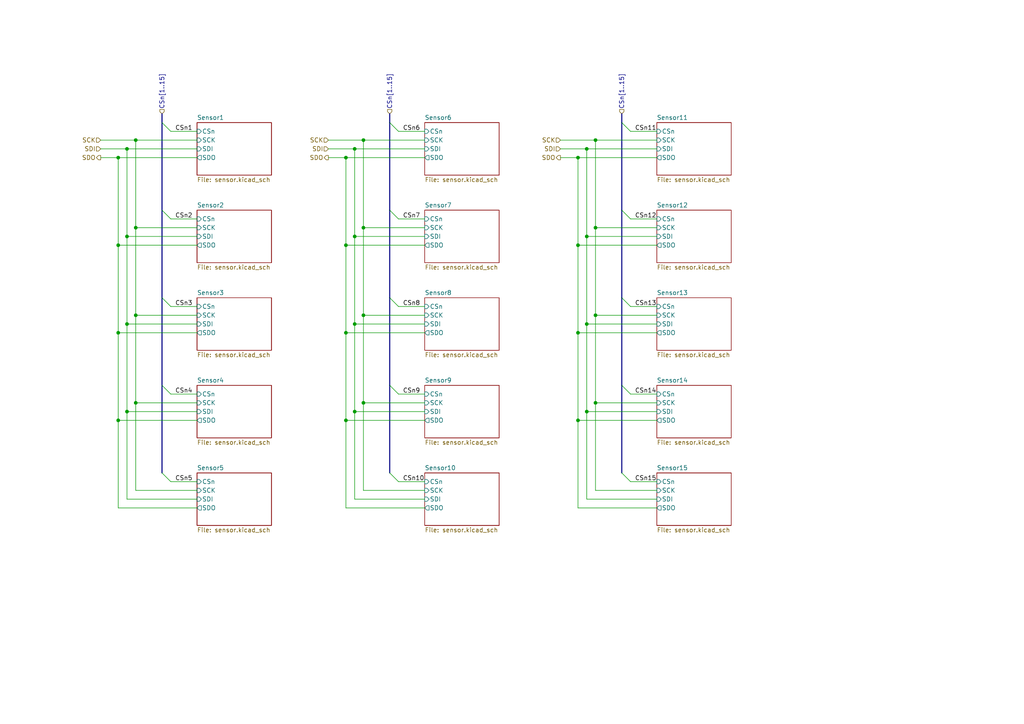
<source format=kicad_sch>
(kicad_sch
	(version 20231120)
	(generator "eeschema")
	(generator_version "8.0")
	(uuid "9a656cc0-fe3d-412d-9a8b-659c04a07141")
	(paper "A4")
	(lib_symbols)
	(junction
		(at 172.72 116.84)
		(diameter 0)
		(color 0 0 0 0)
		(uuid "0d455716-b8d7-4c39-a074-061579fc136f")
	)
	(junction
		(at 39.37 91.44)
		(diameter 0)
		(color 0 0 0 0)
		(uuid "1ab694dd-5b81-4590-b188-7b8c6697ca64")
	)
	(junction
		(at 172.72 40.64)
		(diameter 0)
		(color 0 0 0 0)
		(uuid "215ac134-e4bb-4e23-bcf7-69b4c40a6adf")
	)
	(junction
		(at 167.64 96.52)
		(diameter 0)
		(color 0 0 0 0)
		(uuid "23a314ff-72e1-4fd4-99ea-0606abbcfdb6")
	)
	(junction
		(at 36.83 43.18)
		(diameter 0)
		(color 0 0 0 0)
		(uuid "302e0429-55cb-44ed-b97a-bf009f8b7bb6")
	)
	(junction
		(at 36.83 119.38)
		(diameter 0)
		(color 0 0 0 0)
		(uuid "3ef49c00-cfe6-4488-aa34-babc308abd10")
	)
	(junction
		(at 102.87 93.98)
		(diameter 0)
		(color 0 0 0 0)
		(uuid "3fabeec0-570b-48a6-b1ed-68aec6c867aa")
	)
	(junction
		(at 105.41 91.44)
		(diameter 0)
		(color 0 0 0 0)
		(uuid "49f6cde0-d7de-4120-9dba-5626c3d4e9b1")
	)
	(junction
		(at 100.33 71.12)
		(diameter 0)
		(color 0 0 0 0)
		(uuid "51d76d33-92d6-4fec-b4a8-d0c0da9f6e66")
	)
	(junction
		(at 170.18 93.98)
		(diameter 0)
		(color 0 0 0 0)
		(uuid "5b1c4894-4299-4911-b49c-71ce036be2e0")
	)
	(junction
		(at 36.83 68.58)
		(diameter 0)
		(color 0 0 0 0)
		(uuid "60399b33-c8c5-4680-9973-ccbb355a829e")
	)
	(junction
		(at 170.18 43.18)
		(diameter 0)
		(color 0 0 0 0)
		(uuid "608e9e6d-48ae-462a-a4fb-45a3bc324fcd")
	)
	(junction
		(at 34.29 121.92)
		(diameter 0)
		(color 0 0 0 0)
		(uuid "60c3c955-e17f-470e-b6fe-2d6bac3ddecd")
	)
	(junction
		(at 172.72 91.44)
		(diameter 0)
		(color 0 0 0 0)
		(uuid "65758d9f-7456-4a42-89a3-ba13ce6aa2bf")
	)
	(junction
		(at 34.29 96.52)
		(diameter 0)
		(color 0 0 0 0)
		(uuid "668c84a4-e43c-41cf-8750-9c5cdbb3c108")
	)
	(junction
		(at 34.29 71.12)
		(diameter 0)
		(color 0 0 0 0)
		(uuid "66a20bfe-e29a-42b3-8186-b9e1bbce6ab7")
	)
	(junction
		(at 105.41 66.04)
		(diameter 0)
		(color 0 0 0 0)
		(uuid "6d97f5c7-56bd-4de1-a1c8-7754ad7720e3")
	)
	(junction
		(at 172.72 66.04)
		(diameter 0)
		(color 0 0 0 0)
		(uuid "76d72681-c526-4ec1-b29d-89b19d5d7f95")
	)
	(junction
		(at 36.83 93.98)
		(diameter 0)
		(color 0 0 0 0)
		(uuid "7ad627e1-2a50-4aac-b425-50400ac924d4")
	)
	(junction
		(at 167.64 45.72)
		(diameter 0)
		(color 0 0 0 0)
		(uuid "84bf5014-ed7c-4ae1-aee2-92aaeca27499")
	)
	(junction
		(at 102.87 68.58)
		(diameter 0)
		(color 0 0 0 0)
		(uuid "85128715-5db2-4586-88c5-f61024b580c3")
	)
	(junction
		(at 167.64 71.12)
		(diameter 0)
		(color 0 0 0 0)
		(uuid "92a08f2a-4fe8-4882-845b-65acab04628f")
	)
	(junction
		(at 170.18 68.58)
		(diameter 0)
		(color 0 0 0 0)
		(uuid "95eeec23-7b8a-40eb-b449-802d0c4ff6f6")
	)
	(junction
		(at 39.37 116.84)
		(diameter 0)
		(color 0 0 0 0)
		(uuid "a4462649-58cd-400e-bb02-394280b27476")
	)
	(junction
		(at 100.33 121.92)
		(diameter 0)
		(color 0 0 0 0)
		(uuid "af1ce256-bfa1-4a69-8032-4e2c28a3175c")
	)
	(junction
		(at 102.87 43.18)
		(diameter 0)
		(color 0 0 0 0)
		(uuid "b30ae4d6-6b1a-4efa-8236-6ef63e481b43")
	)
	(junction
		(at 39.37 40.64)
		(diameter 0)
		(color 0 0 0 0)
		(uuid "bb2576eb-7e2e-4a9f-8620-cc959384ad42")
	)
	(junction
		(at 167.64 121.92)
		(diameter 0)
		(color 0 0 0 0)
		(uuid "bee636bf-e7bb-40ce-8a0c-9d8713bec6b8")
	)
	(junction
		(at 100.33 96.52)
		(diameter 0)
		(color 0 0 0 0)
		(uuid "cf02eb28-9d44-45fc-a5a7-99c1d029ea9a")
	)
	(junction
		(at 170.18 119.38)
		(diameter 0)
		(color 0 0 0 0)
		(uuid "d5393986-0429-4082-9e10-1083887769ff")
	)
	(junction
		(at 39.37 66.04)
		(diameter 0)
		(color 0 0 0 0)
		(uuid "dc001c90-5a21-4056-8f11-13f959e70b86")
	)
	(junction
		(at 105.41 40.64)
		(diameter 0)
		(color 0 0 0 0)
		(uuid "f27388e9-6409-464f-b081-fc82ef92f0de")
	)
	(junction
		(at 105.41 116.84)
		(diameter 0)
		(color 0 0 0 0)
		(uuid "f66ef719-ceb6-4da5-9d09-5e985a951184")
	)
	(junction
		(at 102.87 119.38)
		(diameter 0)
		(color 0 0 0 0)
		(uuid "f709a8d5-8204-4fdd-9586-45da5f8c4db1")
	)
	(junction
		(at 100.33 45.72)
		(diameter 0)
		(color 0 0 0 0)
		(uuid "f802c8e6-8cec-4860-a635-7db6ee5ec8f6")
	)
	(junction
		(at 34.29 45.72)
		(diameter 0)
		(color 0 0 0 0)
		(uuid "fe9c2edb-8cf1-46b8-96e9-02d180929427")
	)
	(bus_entry
		(at 115.57 88.9)
		(size -2.54 -2.54)
		(stroke
			(width 0)
			(type default)
		)
		(uuid "2239e13a-2989-4974-9950-e8154c3bcf66")
	)
	(bus_entry
		(at 182.88 38.1)
		(size -2.54 -2.54)
		(stroke
			(width 0)
			(type default)
		)
		(uuid "24b0ba4c-bdef-463e-97bd-527c10b59ec3")
	)
	(bus_entry
		(at 49.53 88.9)
		(size -2.54 -2.54)
		(stroke
			(width 0)
			(type default)
		)
		(uuid "2d30c784-50ed-47f0-ab26-798b23df9b7b")
	)
	(bus_entry
		(at 182.88 63.5)
		(size -2.54 -2.54)
		(stroke
			(width 0)
			(type default)
		)
		(uuid "474b310f-0f60-48db-a4e3-74184098aefb")
	)
	(bus_entry
		(at 115.57 63.5)
		(size -2.54 -2.54)
		(stroke
			(width 0)
			(type default)
		)
		(uuid "59e8a277-b7eb-4173-9c79-3593b13a90f0")
	)
	(bus_entry
		(at 115.57 38.1)
		(size -2.54 -2.54)
		(stroke
			(width 0)
			(type default)
		)
		(uuid "64fbc8fe-d4cd-48aa-b036-9256a694136f")
	)
	(bus_entry
		(at 115.57 139.7)
		(size -2.54 -2.54)
		(stroke
			(width 0)
			(type default)
		)
		(uuid "6ad3027a-fa08-42e4-8d6c-6c5e21d6c4f9")
	)
	(bus_entry
		(at 182.88 114.3)
		(size -2.54 -2.54)
		(stroke
			(width 0)
			(type default)
		)
		(uuid "70ca0d73-28c8-4d2c-bee8-62a7fb12f6cc")
	)
	(bus_entry
		(at 115.57 114.3)
		(size -2.54 -2.54)
		(stroke
			(width 0)
			(type default)
		)
		(uuid "861063ac-5dcd-42c5-b118-17dd55e86cb4")
	)
	(bus_entry
		(at 49.53 38.1)
		(size -2.54 -2.54)
		(stroke
			(width 0)
			(type default)
		)
		(uuid "a0822e88-ea73-485e-ab8c-8f5055816ef8")
	)
	(bus_entry
		(at 49.53 63.5)
		(size -2.54 -2.54)
		(stroke
			(width 0)
			(type default)
		)
		(uuid "d7160049-11d8-492b-9119-083215d5bdd6")
	)
	(bus_entry
		(at 182.88 88.9)
		(size -2.54 -2.54)
		(stroke
			(width 0)
			(type default)
		)
		(uuid "e6ff730f-652c-4518-8ca8-ef58a1d5abc6")
	)
	(bus_entry
		(at 49.53 139.7)
		(size -2.54 -2.54)
		(stroke
			(width 0)
			(type default)
		)
		(uuid "e85922a9-62d6-4669-865f-69fb78a94953")
	)
	(bus_entry
		(at 49.53 114.3)
		(size -2.54 -2.54)
		(stroke
			(width 0)
			(type default)
		)
		(uuid "f62c7886-6ded-414e-9dcc-837f7eaf1da0")
	)
	(bus_entry
		(at 182.88 139.7)
		(size -2.54 -2.54)
		(stroke
			(width 0)
			(type default)
		)
		(uuid "fbd56f89-a12a-480a-8d38-5134dd550061")
	)
	(wire
		(pts
			(xy 115.57 38.1) (xy 123.19 38.1)
		)
		(stroke
			(width 0)
			(type default)
		)
		(uuid "011e55c2-b386-4e81-98c3-74beb908d045")
	)
	(wire
		(pts
			(xy 170.18 68.58) (xy 190.5 68.58)
		)
		(stroke
			(width 0)
			(type default)
		)
		(uuid "04846103-2be8-4c2e-802d-2232afadd30c")
	)
	(wire
		(pts
			(xy 100.33 121.92) (xy 123.19 121.92)
		)
		(stroke
			(width 0)
			(type default)
		)
		(uuid "072c17c4-a48c-4d76-a005-b557be76036a")
	)
	(wire
		(pts
			(xy 172.72 91.44) (xy 190.5 91.44)
		)
		(stroke
			(width 0)
			(type default)
		)
		(uuid "0b9f860e-cb59-4401-98e0-91bd9db8bc16")
	)
	(wire
		(pts
			(xy 172.72 116.84) (xy 172.72 142.24)
		)
		(stroke
			(width 0)
			(type default)
		)
		(uuid "0e0fd9c3-87a7-4908-ab2f-e1504d9e76c8")
	)
	(wire
		(pts
			(xy 105.41 40.64) (xy 105.41 66.04)
		)
		(stroke
			(width 0)
			(type default)
		)
		(uuid "0e2cb026-1cae-4dc1-a340-e4872aae9b39")
	)
	(wire
		(pts
			(xy 49.53 63.5) (xy 57.15 63.5)
		)
		(stroke
			(width 0)
			(type default)
		)
		(uuid "0f27b8a0-1e0d-43e8-8d5b-3ce117dcbfe1")
	)
	(wire
		(pts
			(xy 170.18 93.98) (xy 190.5 93.98)
		)
		(stroke
			(width 0)
			(type default)
		)
		(uuid "1785a4d6-aecd-4848-b3d0-348f961086f4")
	)
	(wire
		(pts
			(xy 182.88 139.7) (xy 190.5 139.7)
		)
		(stroke
			(width 0)
			(type default)
		)
		(uuid "178d7a21-e755-4705-b06a-5b08718b4482")
	)
	(wire
		(pts
			(xy 29.21 40.64) (xy 39.37 40.64)
		)
		(stroke
			(width 0)
			(type default)
		)
		(uuid "19b82874-7a49-4027-8afd-114782389c05")
	)
	(bus
		(pts
			(xy 180.34 60.96) (xy 180.34 86.36)
		)
		(stroke
			(width 0)
			(type default)
		)
		(uuid "1b1eda9d-4657-4d31-a1d6-186c1d3d1745")
	)
	(wire
		(pts
			(xy 162.56 43.18) (xy 170.18 43.18)
		)
		(stroke
			(width 0)
			(type default)
		)
		(uuid "1f446dd0-4ccd-458c-a040-1927a7d9df74")
	)
	(wire
		(pts
			(xy 123.19 116.84) (xy 105.41 116.84)
		)
		(stroke
			(width 0)
			(type default)
		)
		(uuid "227999ba-37cf-4d47-b9d0-dfdfda142a4a")
	)
	(wire
		(pts
			(xy 39.37 66.04) (xy 57.15 66.04)
		)
		(stroke
			(width 0)
			(type default)
		)
		(uuid "232eeb70-47fe-4230-b686-4758fd32c274")
	)
	(wire
		(pts
			(xy 170.18 43.18) (xy 170.18 68.58)
		)
		(stroke
			(width 0)
			(type default)
		)
		(uuid "2487cd2f-54e3-47b9-af28-7feba0a8cc8b")
	)
	(wire
		(pts
			(xy 170.18 68.58) (xy 170.18 93.98)
		)
		(stroke
			(width 0)
			(type default)
		)
		(uuid "2aad9a33-7d41-4b7a-b85f-8a3c3ebc36f8")
	)
	(wire
		(pts
			(xy 57.15 116.84) (xy 39.37 116.84)
		)
		(stroke
			(width 0)
			(type default)
		)
		(uuid "2ae9b04a-ddf1-4a6d-bc1f-4394d23dd381")
	)
	(wire
		(pts
			(xy 39.37 40.64) (xy 57.15 40.64)
		)
		(stroke
			(width 0)
			(type default)
		)
		(uuid "2fb3af38-1ce1-4460-9201-8e87bbf467cd")
	)
	(wire
		(pts
			(xy 182.88 38.1) (xy 190.5 38.1)
		)
		(stroke
			(width 0)
			(type default)
		)
		(uuid "342b9586-bd5c-4d76-a410-93f4f488577a")
	)
	(wire
		(pts
			(xy 49.53 88.9) (xy 57.15 88.9)
		)
		(stroke
			(width 0)
			(type default)
		)
		(uuid "3430d095-fd1c-4cb6-9a1a-7a48f899222f")
	)
	(wire
		(pts
			(xy 36.83 43.18) (xy 57.15 43.18)
		)
		(stroke
			(width 0)
			(type default)
		)
		(uuid "34498252-b332-4083-95bb-addffcd88df9")
	)
	(bus
		(pts
			(xy 46.99 111.76) (xy 46.99 137.16)
		)
		(stroke
			(width 0)
			(type default)
		)
		(uuid "350e1d54-6e4e-4814-a202-24c078628880")
	)
	(wire
		(pts
			(xy 182.88 114.3) (xy 190.5 114.3)
		)
		(stroke
			(width 0)
			(type default)
		)
		(uuid "37ea4c7c-2a00-49c5-a765-3bf4ad504298")
	)
	(wire
		(pts
			(xy 172.72 116.84) (xy 172.72 91.44)
		)
		(stroke
			(width 0)
			(type default)
		)
		(uuid "3957d095-31c0-4747-afcc-6ed9f207cf1f")
	)
	(wire
		(pts
			(xy 115.57 139.7) (xy 123.19 139.7)
		)
		(stroke
			(width 0)
			(type default)
		)
		(uuid "3b516a4d-29ef-4c03-b103-59122616f8b2")
	)
	(bus
		(pts
			(xy 113.03 33.02) (xy 113.03 35.56)
		)
		(stroke
			(width 0)
			(type default)
		)
		(uuid "3fa72fdd-c089-46a4-8e6b-564f5eecada4")
	)
	(wire
		(pts
			(xy 172.72 66.04) (xy 172.72 91.44)
		)
		(stroke
			(width 0)
			(type default)
		)
		(uuid "3fc53f29-9c3a-4b29-9447-7e0bec66ee20")
	)
	(wire
		(pts
			(xy 105.41 66.04) (xy 105.41 91.44)
		)
		(stroke
			(width 0)
			(type default)
		)
		(uuid "3fe44458-7d47-4e3d-9964-4a7ef19ae6b0")
	)
	(wire
		(pts
			(xy 34.29 71.12) (xy 34.29 96.52)
		)
		(stroke
			(width 0)
			(type default)
		)
		(uuid "41836ae1-d52d-438c-bc0e-1709355faba6")
	)
	(wire
		(pts
			(xy 170.18 119.38) (xy 190.5 119.38)
		)
		(stroke
			(width 0)
			(type default)
		)
		(uuid "427f5703-3bba-4eee-b6dc-8037bd3a6fc7")
	)
	(wire
		(pts
			(xy 29.21 43.18) (xy 36.83 43.18)
		)
		(stroke
			(width 0)
			(type default)
		)
		(uuid "43789e0c-7cf5-4fdc-b3b6-0cb6ae9f1884")
	)
	(wire
		(pts
			(xy 123.19 144.78) (xy 102.87 144.78)
		)
		(stroke
			(width 0)
			(type default)
		)
		(uuid "442cb56b-48dd-412a-b9cc-30ee64eaa331")
	)
	(wire
		(pts
			(xy 105.41 66.04) (xy 123.19 66.04)
		)
		(stroke
			(width 0)
			(type default)
		)
		(uuid "475ccf94-66a2-4530-a38f-608288661b1c")
	)
	(wire
		(pts
			(xy 39.37 116.84) (xy 39.37 142.24)
		)
		(stroke
			(width 0)
			(type default)
		)
		(uuid "51b3f7b2-5490-45e7-8b55-5a7cd4c89853")
	)
	(wire
		(pts
			(xy 36.83 144.78) (xy 36.83 119.38)
		)
		(stroke
			(width 0)
			(type default)
		)
		(uuid "5740a891-068b-42c7-8786-299731a0ceaa")
	)
	(wire
		(pts
			(xy 170.18 43.18) (xy 190.5 43.18)
		)
		(stroke
			(width 0)
			(type default)
		)
		(uuid "6070c29d-2429-4b8f-a359-446083d1abf5")
	)
	(wire
		(pts
			(xy 105.41 40.64) (xy 123.19 40.64)
		)
		(stroke
			(width 0)
			(type default)
		)
		(uuid "629d880b-7fc4-45c0-8eb8-6480c6f23749")
	)
	(bus
		(pts
			(xy 46.99 60.96) (xy 46.99 86.36)
		)
		(stroke
			(width 0)
			(type default)
		)
		(uuid "640d2456-b7d4-4cce-82cd-e9a7a1fcf709")
	)
	(bus
		(pts
			(xy 46.99 33.02) (xy 46.99 35.56)
		)
		(stroke
			(width 0)
			(type default)
		)
		(uuid "65b6948e-c61d-4431-abdf-498f1ecbbf6e")
	)
	(bus
		(pts
			(xy 113.03 60.96) (xy 113.03 86.36)
		)
		(stroke
			(width 0)
			(type default)
		)
		(uuid "671d47e0-44f5-4688-ae8a-2b28634b7c1d")
	)
	(wire
		(pts
			(xy 34.29 147.32) (xy 34.29 121.92)
		)
		(stroke
			(width 0)
			(type default)
		)
		(uuid "688cba60-2bfc-4396-9664-d072f68a6284")
	)
	(wire
		(pts
			(xy 100.33 96.52) (xy 100.33 121.92)
		)
		(stroke
			(width 0)
			(type default)
		)
		(uuid "69a00ce8-e282-449c-b36c-064849d6ebc1")
	)
	(bus
		(pts
			(xy 180.34 111.76) (xy 180.34 137.16)
		)
		(stroke
			(width 0)
			(type default)
		)
		(uuid "6b0de5ef-2379-4a22-b346-c9b52284d3b6")
	)
	(wire
		(pts
			(xy 34.29 45.72) (xy 57.15 45.72)
		)
		(stroke
			(width 0)
			(type default)
		)
		(uuid "6eac180f-3830-45a4-b7fa-c934a46bc9ab")
	)
	(wire
		(pts
			(xy 102.87 93.98) (xy 123.19 93.98)
		)
		(stroke
			(width 0)
			(type default)
		)
		(uuid "6fd45700-d1bd-4568-a51b-0bd2b0ee1fcf")
	)
	(wire
		(pts
			(xy 190.5 147.32) (xy 167.64 147.32)
		)
		(stroke
			(width 0)
			(type default)
		)
		(uuid "70f64b9a-9133-4179-a4f1-4b9da43cbdc1")
	)
	(wire
		(pts
			(xy 167.64 96.52) (xy 167.64 121.92)
		)
		(stroke
			(width 0)
			(type default)
		)
		(uuid "730be447-29ca-4c08-b730-b4f36af50682")
	)
	(wire
		(pts
			(xy 102.87 68.58) (xy 102.87 93.98)
		)
		(stroke
			(width 0)
			(type default)
		)
		(uuid "7646c9ec-a305-4268-9c00-3657bae79f90")
	)
	(wire
		(pts
			(xy 115.57 114.3) (xy 123.19 114.3)
		)
		(stroke
			(width 0)
			(type default)
		)
		(uuid "77340ceb-5a26-47cd-8ed3-36beccab2949")
	)
	(wire
		(pts
			(xy 105.41 116.84) (xy 105.41 91.44)
		)
		(stroke
			(width 0)
			(type default)
		)
		(uuid "773de5bb-5d6c-42b3-815f-6ee97c880575")
	)
	(wire
		(pts
			(xy 172.72 66.04) (xy 190.5 66.04)
		)
		(stroke
			(width 0)
			(type default)
		)
		(uuid "7b78cbb9-9109-4aaa-98d6-6f7d72b7fd98")
	)
	(wire
		(pts
			(xy 100.33 96.52) (xy 123.19 96.52)
		)
		(stroke
			(width 0)
			(type default)
		)
		(uuid "7fb93fc7-df09-4ba0-92b8-367a158af25d")
	)
	(wire
		(pts
			(xy 49.53 114.3) (xy 57.15 114.3)
		)
		(stroke
			(width 0)
			(type default)
		)
		(uuid "80d210be-6160-4384-8842-be0c364afd5e")
	)
	(wire
		(pts
			(xy 115.57 88.9) (xy 123.19 88.9)
		)
		(stroke
			(width 0)
			(type default)
		)
		(uuid "84ea5123-a06d-4ad9-9f76-b7e182f9a00f")
	)
	(bus
		(pts
			(xy 46.99 35.56) (xy 46.99 60.96)
		)
		(stroke
			(width 0)
			(type default)
		)
		(uuid "853f7b6b-a0a5-40f4-93a7-0febd8c7d8f7")
	)
	(wire
		(pts
			(xy 167.64 45.72) (xy 167.64 71.12)
		)
		(stroke
			(width 0)
			(type default)
		)
		(uuid "87b96eed-c4e6-4698-961f-52e6c19e0973")
	)
	(wire
		(pts
			(xy 29.21 45.72) (xy 34.29 45.72)
		)
		(stroke
			(width 0)
			(type default)
		)
		(uuid "89c24269-1d2f-4859-ab5d-7c3b44c5c1c4")
	)
	(wire
		(pts
			(xy 162.56 40.64) (xy 172.72 40.64)
		)
		(stroke
			(width 0)
			(type default)
		)
		(uuid "8b227d52-f12e-401a-af4a-76f60afdf787")
	)
	(wire
		(pts
			(xy 36.83 68.58) (xy 57.15 68.58)
		)
		(stroke
			(width 0)
			(type default)
		)
		(uuid "8fe868b4-993e-4244-ba2a-fff1367c5f8f")
	)
	(wire
		(pts
			(xy 57.15 144.78) (xy 36.83 144.78)
		)
		(stroke
			(width 0)
			(type default)
		)
		(uuid "924105bd-5dc9-44d0-90c4-0e9fbd34722a")
	)
	(wire
		(pts
			(xy 172.72 40.64) (xy 172.72 66.04)
		)
		(stroke
			(width 0)
			(type default)
		)
		(uuid "92e06679-149a-4f13-b95d-43e12b9f6ae1")
	)
	(wire
		(pts
			(xy 36.83 93.98) (xy 57.15 93.98)
		)
		(stroke
			(width 0)
			(type default)
		)
		(uuid "9459b093-ab36-4ebc-a178-db86f85ff403")
	)
	(wire
		(pts
			(xy 95.25 40.64) (xy 105.41 40.64)
		)
		(stroke
			(width 0)
			(type default)
		)
		(uuid "94b94769-ed32-472b-9929-c18e3449ef81")
	)
	(wire
		(pts
			(xy 105.41 142.24) (xy 123.19 142.24)
		)
		(stroke
			(width 0)
			(type default)
		)
		(uuid "95402feb-a34b-4d34-bdfc-4f12f18c9082")
	)
	(wire
		(pts
			(xy 167.64 45.72) (xy 190.5 45.72)
		)
		(stroke
			(width 0)
			(type default)
		)
		(uuid "97095879-282b-4c94-aa29-76895671cbe5")
	)
	(wire
		(pts
			(xy 102.87 144.78) (xy 102.87 119.38)
		)
		(stroke
			(width 0)
			(type default)
		)
		(uuid "97ce997d-7a59-4540-a9c5-039a0f6950f3")
	)
	(wire
		(pts
			(xy 167.64 71.12) (xy 190.5 71.12)
		)
		(stroke
			(width 0)
			(type default)
		)
		(uuid "9a58c3ed-545c-42dc-aa48-af8c53d3e9a0")
	)
	(wire
		(pts
			(xy 172.72 40.64) (xy 190.5 40.64)
		)
		(stroke
			(width 0)
			(type default)
		)
		(uuid "9dd71236-d33b-4f0e-905e-f4bc16f259bd")
	)
	(wire
		(pts
			(xy 100.33 45.72) (xy 123.19 45.72)
		)
		(stroke
			(width 0)
			(type default)
		)
		(uuid "9f8db80d-a61c-434e-af1a-bb69e241c8f0")
	)
	(bus
		(pts
			(xy 113.03 35.56) (xy 113.03 60.96)
		)
		(stroke
			(width 0)
			(type default)
		)
		(uuid "a3739e03-ec6e-46ac-8926-7531b577b33e")
	)
	(wire
		(pts
			(xy 167.64 71.12) (xy 167.64 96.52)
		)
		(stroke
			(width 0)
			(type default)
		)
		(uuid "a43cf974-389c-49d2-9a4c-064d2db8c15d")
	)
	(wire
		(pts
			(xy 105.41 116.84) (xy 105.41 142.24)
		)
		(stroke
			(width 0)
			(type default)
		)
		(uuid "a60c2067-d4f5-4b82-8006-6809cc8ee53b")
	)
	(wire
		(pts
			(xy 170.18 144.78) (xy 170.18 119.38)
		)
		(stroke
			(width 0)
			(type default)
		)
		(uuid "a98d65ed-dff6-4569-a04a-1be8c3870eb1")
	)
	(wire
		(pts
			(xy 167.64 96.52) (xy 190.5 96.52)
		)
		(stroke
			(width 0)
			(type default)
		)
		(uuid "aa8ec061-5797-4b04-ae37-5c76d384223f")
	)
	(wire
		(pts
			(xy 49.53 38.1) (xy 57.15 38.1)
		)
		(stroke
			(width 0)
			(type default)
		)
		(uuid "abc23f50-1bbd-4af9-8f41-0e296b14248e")
	)
	(wire
		(pts
			(xy 167.64 121.92) (xy 190.5 121.92)
		)
		(stroke
			(width 0)
			(type default)
		)
		(uuid "acdce644-819b-443f-8905-fd542adba5f6")
	)
	(wire
		(pts
			(xy 34.29 121.92) (xy 57.15 121.92)
		)
		(stroke
			(width 0)
			(type default)
		)
		(uuid "b21131ed-2c1f-4cd8-b3a5-f09ff7d59694")
	)
	(wire
		(pts
			(xy 115.57 63.5) (xy 123.19 63.5)
		)
		(stroke
			(width 0)
			(type default)
		)
		(uuid "b30fda2b-4a79-49e6-97d2-443179d4d976")
	)
	(wire
		(pts
			(xy 102.87 43.18) (xy 123.19 43.18)
		)
		(stroke
			(width 0)
			(type default)
		)
		(uuid "b3f98498-1bcd-4123-b13b-2cd10f56bada")
	)
	(wire
		(pts
			(xy 190.5 116.84) (xy 172.72 116.84)
		)
		(stroke
			(width 0)
			(type default)
		)
		(uuid "b4961ab6-09a5-4081-8212-124b1dd02bea")
	)
	(wire
		(pts
			(xy 190.5 144.78) (xy 170.18 144.78)
		)
		(stroke
			(width 0)
			(type default)
		)
		(uuid "b8d17a4b-7756-4f65-a1df-ee4fdac48d35")
	)
	(wire
		(pts
			(xy 170.18 119.38) (xy 170.18 93.98)
		)
		(stroke
			(width 0)
			(type default)
		)
		(uuid "ba1ad32c-c9b6-45d8-a1dc-7bbc27c01b36")
	)
	(wire
		(pts
			(xy 39.37 116.84) (xy 39.37 91.44)
		)
		(stroke
			(width 0)
			(type default)
		)
		(uuid "ba49b50f-d4ce-49a3-915b-011378f5224e")
	)
	(wire
		(pts
			(xy 100.33 45.72) (xy 100.33 71.12)
		)
		(stroke
			(width 0)
			(type default)
		)
		(uuid "bb78a60d-5fc5-4ece-b4b1-9177d922dbcc")
	)
	(bus
		(pts
			(xy 46.99 86.36) (xy 46.99 111.76)
		)
		(stroke
			(width 0)
			(type default)
		)
		(uuid "be741beb-1f31-466b-a5e4-827aa14c629d")
	)
	(wire
		(pts
			(xy 102.87 119.38) (xy 102.87 93.98)
		)
		(stroke
			(width 0)
			(type default)
		)
		(uuid "c09a52c0-45a4-479f-b959-d38eb16c661e")
	)
	(wire
		(pts
			(xy 57.15 147.32) (xy 34.29 147.32)
		)
		(stroke
			(width 0)
			(type default)
		)
		(uuid "c0d46337-c861-44e3-95ff-060df5244b3a")
	)
	(wire
		(pts
			(xy 39.37 66.04) (xy 39.37 91.44)
		)
		(stroke
			(width 0)
			(type default)
		)
		(uuid "c168e7a6-3daf-4b37-8541-83ecae9b115f")
	)
	(wire
		(pts
			(xy 123.19 147.32) (xy 100.33 147.32)
		)
		(stroke
			(width 0)
			(type default)
		)
		(uuid "c5c450a0-ded7-4bc0-b8c5-a4cb52b2bcfe")
	)
	(wire
		(pts
			(xy 34.29 96.52) (xy 34.29 121.92)
		)
		(stroke
			(width 0)
			(type default)
		)
		(uuid "c9e0fdfa-da96-4869-b5e7-fcaaea849d50")
	)
	(wire
		(pts
			(xy 39.37 91.44) (xy 57.15 91.44)
		)
		(stroke
			(width 0)
			(type default)
		)
		(uuid "cac0cab4-a7c7-440f-bb7c-cba01a9caca0")
	)
	(wire
		(pts
			(xy 36.83 43.18) (xy 36.83 68.58)
		)
		(stroke
			(width 0)
			(type default)
		)
		(uuid "cc68ae23-e941-43e6-9153-0fb5af7d669e")
	)
	(bus
		(pts
			(xy 180.34 86.36) (xy 180.34 111.76)
		)
		(stroke
			(width 0)
			(type default)
		)
		(uuid "cc9926ab-e64d-40e6-abdc-73183355a549")
	)
	(bus
		(pts
			(xy 180.34 33.02) (xy 180.34 35.56)
		)
		(stroke
			(width 0)
			(type default)
		)
		(uuid "ce0e57d5-c61a-425b-88f0-88de5a6d2e1a")
	)
	(wire
		(pts
			(xy 36.83 119.38) (xy 36.83 93.98)
		)
		(stroke
			(width 0)
			(type default)
		)
		(uuid "cef74078-6a87-4c51-8281-6c8a5aeb10c5")
	)
	(wire
		(pts
			(xy 105.41 91.44) (xy 123.19 91.44)
		)
		(stroke
			(width 0)
			(type default)
		)
		(uuid "d1f3c8e8-207e-4b11-a60a-6588e4c4931d")
	)
	(wire
		(pts
			(xy 182.88 63.5) (xy 190.5 63.5)
		)
		(stroke
			(width 0)
			(type default)
		)
		(uuid "d1f55e32-c191-4063-82f2-ee00e5bdd8ae")
	)
	(wire
		(pts
			(xy 49.53 139.7) (xy 57.15 139.7)
		)
		(stroke
			(width 0)
			(type default)
		)
		(uuid "d3f8540f-765f-4a2c-8087-406d6e7e82b6")
	)
	(wire
		(pts
			(xy 100.33 71.12) (xy 123.19 71.12)
		)
		(stroke
			(width 0)
			(type default)
		)
		(uuid "d42abdff-56dc-4df4-842d-34dc290d5f22")
	)
	(wire
		(pts
			(xy 34.29 71.12) (xy 57.15 71.12)
		)
		(stroke
			(width 0)
			(type default)
		)
		(uuid "dad39f96-610a-4ee3-a933-5fdd87900755")
	)
	(bus
		(pts
			(xy 113.03 111.76) (xy 113.03 137.16)
		)
		(stroke
			(width 0)
			(type default)
		)
		(uuid "dd264d0b-994b-413e-9097-c7d12fdaa691")
	)
	(wire
		(pts
			(xy 102.87 68.58) (xy 123.19 68.58)
		)
		(stroke
			(width 0)
			(type default)
		)
		(uuid "e18194a4-c987-42b9-ac7f-e0a9127cc20e")
	)
	(wire
		(pts
			(xy 162.56 45.72) (xy 167.64 45.72)
		)
		(stroke
			(width 0)
			(type default)
		)
		(uuid "e270be93-c330-444b-84b6-357e49fe9a77")
	)
	(wire
		(pts
			(xy 182.88 88.9) (xy 190.5 88.9)
		)
		(stroke
			(width 0)
			(type default)
		)
		(uuid "e3a03866-c017-4211-91c2-0cb4174ba1a0")
	)
	(wire
		(pts
			(xy 95.25 45.72) (xy 100.33 45.72)
		)
		(stroke
			(width 0)
			(type default)
		)
		(uuid "e63221b0-feba-45bf-a824-8fc4af4ecf9a")
	)
	(bus
		(pts
			(xy 180.34 35.56) (xy 180.34 60.96)
		)
		(stroke
			(width 0)
			(type default)
		)
		(uuid "e9d9473d-ca8c-4897-ac99-eee36c1e2e8c")
	)
	(wire
		(pts
			(xy 167.64 147.32) (xy 167.64 121.92)
		)
		(stroke
			(width 0)
			(type default)
		)
		(uuid "eacf8fc8-0125-441d-bb89-ce9b6aca7007")
	)
	(wire
		(pts
			(xy 102.87 119.38) (xy 123.19 119.38)
		)
		(stroke
			(width 0)
			(type default)
		)
		(uuid "eb1f99e2-9dd1-4487-a9de-ac19d35dea1e")
	)
	(wire
		(pts
			(xy 39.37 142.24) (xy 57.15 142.24)
		)
		(stroke
			(width 0)
			(type default)
		)
		(uuid "eb7e838f-ced4-4ed0-9281-7113ca5c1e40")
	)
	(wire
		(pts
			(xy 34.29 45.72) (xy 34.29 71.12)
		)
		(stroke
			(width 0)
			(type default)
		)
		(uuid "f17691bf-b56c-4dc7-b7c5-9d15b99c97eb")
	)
	(wire
		(pts
			(xy 100.33 147.32) (xy 100.33 121.92)
		)
		(stroke
			(width 0)
			(type default)
		)
		(uuid "f326ba2c-dc83-460b-af73-a4f4e0c761d1")
	)
	(wire
		(pts
			(xy 100.33 71.12) (xy 100.33 96.52)
		)
		(stroke
			(width 0)
			(type default)
		)
		(uuid "f39d3ab8-74ae-4856-8ac3-ebbb30a9f52d")
	)
	(wire
		(pts
			(xy 34.29 96.52) (xy 57.15 96.52)
		)
		(stroke
			(width 0)
			(type default)
		)
		(uuid "f4759031-700f-44f2-9377-cfb0855aeb5b")
	)
	(wire
		(pts
			(xy 39.37 40.64) (xy 39.37 66.04)
		)
		(stroke
			(width 0)
			(type default)
		)
		(uuid "f6a96c70-e992-476e-9676-333a1eef24f5")
	)
	(bus
		(pts
			(xy 113.03 86.36) (xy 113.03 111.76)
		)
		(stroke
			(width 0)
			(type default)
		)
		(uuid "f7e7c67f-3f51-4049-a670-f0ee6ad375ba")
	)
	(wire
		(pts
			(xy 102.87 43.18) (xy 102.87 68.58)
		)
		(stroke
			(width 0)
			(type default)
		)
		(uuid "f84e9f45-e7f9-4e39-a2be-5caa3a4085d1")
	)
	(wire
		(pts
			(xy 36.83 68.58) (xy 36.83 93.98)
		)
		(stroke
			(width 0)
			(type default)
		)
		(uuid "f850c9c8-299a-4376-90ee-3f6683e7bd8c")
	)
	(wire
		(pts
			(xy 172.72 142.24) (xy 190.5 142.24)
		)
		(stroke
			(width 0)
			(type default)
		)
		(uuid "f89a38a6-ccb6-4473-a2d0-37478e856cda")
	)
	(wire
		(pts
			(xy 95.25 43.18) (xy 102.87 43.18)
		)
		(stroke
			(width 0)
			(type default)
		)
		(uuid "fa80975f-ceb5-49c6-97b2-8a92a0df355f")
	)
	(wire
		(pts
			(xy 36.83 119.38) (xy 57.15 119.38)
		)
		(stroke
			(width 0)
			(type default)
		)
		(uuid "fae66cc8-9b2c-42a0-a448-650f95126949")
	)
	(label "CSn10"
		(at 116.84 139.7 0)
		(fields_autoplaced yes)
		(effects
			(font
				(size 1.27 1.27)
			)
			(justify left bottom)
		)
		(uuid "0c1d0766-3e31-489a-925e-7145f1376d80")
	)
	(label "CSn2"
		(at 50.8 63.5 0)
		(fields_autoplaced yes)
		(effects
			(font
				(size 1.27 1.27)
			)
			(justify left bottom)
		)
		(uuid "1fa31ba1-4460-4d6b-a237-2280d120296c")
	)
	(label "CSn1"
		(at 50.8 38.1 0)
		(fields_autoplaced yes)
		(effects
			(font
				(size 1.27 1.27)
			)
			(justify left bottom)
		)
		(uuid "38fb3334-2c93-4e01-9a28-3178ab49d5c7")
	)
	(label "CSn7"
		(at 116.84 63.5 0)
		(fields_autoplaced yes)
		(effects
			(font
				(size 1.27 1.27)
			)
			(justify left bottom)
		)
		(uuid "468849fa-88a8-49f3-92f6-c9be5bd96e89")
	)
	(label "CSn12"
		(at 184.15 63.5 0)
		(fields_autoplaced yes)
		(effects
			(font
				(size 1.27 1.27)
			)
			(justify left bottom)
		)
		(uuid "4bb920ad-f950-4d08-92a6-e4069ec569d0")
	)
	(label "CSn6"
		(at 116.84 38.1 0)
		(fields_autoplaced yes)
		(effects
			(font
				(size 1.27 1.27)
			)
			(justify left bottom)
		)
		(uuid "5229a5ac-2f39-4db2-9385-ebe5746f4aca")
	)
	(label "CSn3"
		(at 50.8 88.9 0)
		(fields_autoplaced yes)
		(effects
			(font
				(size 1.27 1.27)
			)
			(justify left bottom)
		)
		(uuid "68f41d33-0146-4f86-ac6a-9dcc5c9737a2")
	)
	(label "CSn15"
		(at 184.15 139.7 0)
		(fields_autoplaced yes)
		(effects
			(font
				(size 1.27 1.27)
			)
			(justify left bottom)
		)
		(uuid "6adeaf94-bc0f-4453-b467-eee8d2c2445d")
	)
	(label "CSn4"
		(at 50.8 114.3 0)
		(fields_autoplaced yes)
		(effects
			(font
				(size 1.27 1.27)
			)
			(justify left bottom)
		)
		(uuid "6c0cf668-927b-4877-b761-ce2126daf5e0")
	)
	(label "CSn9"
		(at 116.84 114.3 0)
		(fields_autoplaced yes)
		(effects
			(font
				(size 1.27 1.27)
			)
			(justify left bottom)
		)
		(uuid "78bae64c-650a-485e-b883-f05399a79778")
	)
	(label "CSn5"
		(at 50.8 139.7 0)
		(fields_autoplaced yes)
		(effects
			(font
				(size 1.27 1.27)
			)
			(justify left bottom)
		)
		(uuid "dd5cff57-dec7-47e3-b73d-0ed8c8fe2746")
	)
	(label "CSn14"
		(at 184.15 114.3 0)
		(fields_autoplaced yes)
		(effects
			(font
				(size 1.27 1.27)
			)
			(justify left bottom)
		)
		(uuid "e0e528ce-8751-407f-a24c-5efdf0a3bd3b")
	)
	(label "CSn8"
		(at 116.84 88.9 0)
		(fields_autoplaced yes)
		(effects
			(font
				(size 1.27 1.27)
			)
			(justify left bottom)
		)
		(uuid "eebdcaee-a551-4adc-b252-fe080954b06d")
	)
	(label "CSn13"
		(at 184.15 88.9 0)
		(fields_autoplaced yes)
		(effects
			(font
				(size 1.27 1.27)
			)
			(justify left bottom)
		)
		(uuid "f2500ed6-72be-4fd8-85b6-7ca9cdbd1f38")
	)
	(label "CSn11"
		(at 184.15 38.1 0)
		(fields_autoplaced yes)
		(effects
			(font
				(size 1.27 1.27)
			)
			(justify left bottom)
		)
		(uuid "f9b50d3e-e659-449d-9c2d-786e308d74f8")
	)
	(hierarchical_label "CSn[1..15]"
		(shape input)
		(at 46.99 33.02 90)
		(fields_autoplaced yes)
		(effects
			(font
				(size 1.27 1.27)
			)
			(justify left)
		)
		(uuid "1387ef82-84c7-447f-a260-6308f33df159")
	)
	(hierarchical_label "SDO"
		(shape output)
		(at 162.56 45.72 180)
		(fields_autoplaced yes)
		(effects
			(font
				(size 1.27 1.27)
			)
			(justify right)
		)
		(uuid "3a6b4e1e-4adf-4487-ab4a-d5591cd21059")
	)
	(hierarchical_label "SCK"
		(shape input)
		(at 29.21 40.64 180)
		(fields_autoplaced yes)
		(effects
			(font
				(size 1.27 1.27)
			)
			(justify right)
		)
		(uuid "4037b40d-6379-454a-8e1d-50b784ffda57")
	)
	(hierarchical_label "SDI"
		(shape input)
		(at 162.56 43.18 180)
		(fields_autoplaced yes)
		(effects
			(font
				(size 1.27 1.27)
			)
			(justify right)
		)
		(uuid "4822e238-e932-4505-99fc-a10d15742274")
	)
	(hierarchical_label "SDO"
		(shape output)
		(at 95.25 45.72 180)
		(fields_autoplaced yes)
		(effects
			(font
				(size 1.27 1.27)
			)
			(justify right)
		)
		(uuid "5b9fbf07-e4bb-4fe5-b63d-42796cbaa2f7")
	)
	(hierarchical_label "CSn[1..15]"
		(shape input)
		(at 113.03 33.02 90)
		(fields_autoplaced yes)
		(effects
			(font
				(size 1.27 1.27)
			)
			(justify left)
		)
		(uuid "5f664e59-4374-4fbe-a90f-5474b93b5878")
	)
	(hierarchical_label "SDI"
		(shape input)
		(at 95.25 43.18 180)
		(fields_autoplaced yes)
		(effects
			(font
				(size 1.27 1.27)
			)
			(justify right)
		)
		(uuid "6d7fd388-ba3d-468b-9222-c1ee46086479")
	)
	(hierarchical_label "CSn[1..15]"
		(shape input)
		(at 180.34 33.02 90)
		(fields_autoplaced yes)
		(effects
			(font
				(size 1.27 1.27)
			)
			(justify left)
		)
		(uuid "7c110202-3cbe-4ff4-bfff-f5d628bf4acb")
	)
	(hierarchical_label "SCK"
		(shape input)
		(at 95.25 40.64 180)
		(fields_autoplaced yes)
		(effects
			(font
				(size 1.27 1.27)
			)
			(justify right)
		)
		(uuid "7e8fc4e6-fc46-4118-9fe6-5e5557f2c466")
	)
	(hierarchical_label "SDO"
		(shape output)
		(at 29.21 45.72 180)
		(fields_autoplaced yes)
		(effects
			(font
				(size 1.27 1.27)
			)
			(justify right)
		)
		(uuid "91127add-0e9e-4129-a535-4773a5a4a3ec")
	)
	(hierarchical_label "SCK"
		(shape input)
		(at 162.56 40.64 180)
		(fields_autoplaced yes)
		(effects
			(font
				(size 1.27 1.27)
			)
			(justify right)
		)
		(uuid "d4ce1222-f797-4eb7-8c43-a13f97aaae77")
	)
	(hierarchical_label "SDI"
		(shape input)
		(at 29.21 43.18 180)
		(fields_autoplaced yes)
		(effects
			(font
				(size 1.27 1.27)
			)
			(justify right)
		)
		(uuid "fc4b5479-56e0-4e03-b0d5-97899f765f31")
	)
	(sheet
		(at 123.19 35.56)
		(size 21.59 15.24)
		(fields_autoplaced yes)
		(stroke
			(width 0.1524)
			(type solid)
		)
		(fill
			(color 0 0 0 0.0000)
		)
		(uuid "09cb5b0b-8ac4-4789-90dc-3b4ec580a3ab")
		(property "Sheetname" "Sensor6"
			(at 123.19 34.8484 0)
			(effects
				(font
					(size 1.27 1.27)
				)
				(justify left bottom)
			)
		)
		(property "Sheetfile" "sensor.kicad_sch"
			(at 123.19 51.3846 0)
			(effects
				(font
					(size 1.27 1.27)
				)
				(justify left top)
			)
		)
		(pin "SCK" input
			(at 123.19 40.64 180)
			(effects
				(font
					(size 1.27 1.27)
				)
				(justify left)
			)
			(uuid "216ffac9-bd9b-40d1-904b-75802d0ed25e")
		)
		(pin "SDI" input
			(at 123.19 43.18 180)
			(effects
				(font
					(size 1.27 1.27)
				)
				(justify left)
			)
			(uuid "cd4468fd-50c0-40e7-9964-a0b1c923807f")
		)
		(pin "SDO" output
			(at 123.19 45.72 180)
			(effects
				(font
					(size 1.27 1.27)
				)
				(justify left)
			)
			(uuid "05036844-4d1a-48a0-8cfd-6486b04b9575")
		)
		(pin "CSn" input
			(at 123.19 38.1 180)
			(effects
				(font
					(size 1.27 1.27)
				)
				(justify left)
			)
			(uuid "e1281d72-0303-429b-968a-edbc9c683743")
		)
		(instances
			(project "LatticeBoard"
				(path "/f1a19f03-da01-4467-bd93-1c2883f6e51d/7349604e-7477-4b1d-8da2-57746bbae64d"
					(page "8")
				)
				(path "/f1a19f03-da01-4467-bd93-1c2883f6e51d/17a06e51-5294-472b-b061-35a50b857d7c"
					(page "24")
				)
				(path "/f1a19f03-da01-4467-bd93-1c2883f6e51d/da30561c-e880-49e4-a0c0-31a3597b4792"
					(page "40")
				)
			)
		)
	)
	(sheet
		(at 190.5 86.36)
		(size 21.59 15.24)
		(fields_autoplaced yes)
		(stroke
			(width 0.1524)
			(type solid)
		)
		(fill
			(color 0 0 0 0.0000)
		)
		(uuid "191dfdc9-b4f3-41d1-900f-4915229cae4d")
		(property "Sheetname" "Sensor13"
			(at 190.5 85.6484 0)
			(effects
				(font
					(size 1.27 1.27)
				)
				(justify left bottom)
			)
		)
		(property "Sheetfile" "sensor.kicad_sch"
			(at 190.5 102.1846 0)
			(effects
				(font
					(size 1.27 1.27)
				)
				(justify left top)
			)
		)
		(pin "SCK" input
			(at 190.5 91.44 180)
			(effects
				(font
					(size 1.27 1.27)
				)
				(justify left)
			)
			(uuid "cd07959f-ea49-4944-b2cb-4940d0418236")
		)
		(pin "SDI" input
			(at 190.5 93.98 180)
			(effects
				(font
					(size 1.27 1.27)
				)
				(justify left)
			)
			(uuid "5b672dbf-5c33-496c-9f5d-163d7e01888f")
		)
		(pin "SDO" output
			(at 190.5 96.52 180)
			(effects
				(font
					(size 1.27 1.27)
				)
				(justify left)
			)
			(uuid "2164aa5c-07de-4b5d-8ea3-0465a9ce9a7d")
		)
		(pin "CSn" input
			(at 190.5 88.9 180)
			(effects
				(font
					(size 1.27 1.27)
				)
				(justify left)
			)
			(uuid "3ce4686d-3431-4f0c-b1c1-09ae39e9b739")
		)
		(instances
			(project "LatticeBoard"
				(path "/f1a19f03-da01-4467-bd93-1c2883f6e51d/7349604e-7477-4b1d-8da2-57746bbae64d"
					(page "15")
				)
				(path "/f1a19f03-da01-4467-bd93-1c2883f6e51d/17a06e51-5294-472b-b061-35a50b857d7c"
					(page "31")
				)
				(path "/f1a19f03-da01-4467-bd93-1c2883f6e51d/da30561c-e880-49e4-a0c0-31a3597b4792"
					(page "47")
				)
			)
		)
	)
	(sheet
		(at 57.15 60.96)
		(size 21.59 15.24)
		(fields_autoplaced yes)
		(stroke
			(width 0.1524)
			(type solid)
		)
		(fill
			(color 0 0 0 0.0000)
		)
		(uuid "2a7afc94-b562-4798-857e-0ba80f30e797")
		(property "Sheetname" "Sensor2"
			(at 57.15 60.2484 0)
			(effects
				(font
					(size 1.27 1.27)
				)
				(justify left bottom)
			)
		)
		(property "Sheetfile" "sensor.kicad_sch"
			(at 57.15 76.7846 0)
			(effects
				(font
					(size 1.27 1.27)
				)
				(justify left top)
			)
		)
		(pin "SCK" input
			(at 57.15 66.04 180)
			(effects
				(font
					(size 1.27 1.27)
				)
				(justify left)
			)
			(uuid "79bc4904-b032-43e6-9c0a-c4b704ffea54")
		)
		(pin "SDI" input
			(at 57.15 68.58 180)
			(effects
				(font
					(size 1.27 1.27)
				)
				(justify left)
			)
			(uuid "21b6deaa-59ac-4d58-9271-cb94ad7fbb52")
		)
		(pin "SDO" output
			(at 57.15 71.12 180)
			(effects
				(font
					(size 1.27 1.27)
				)
				(justify left)
			)
			(uuid "f8ca103d-57a6-4f3f-a64d-906a523711c9")
		)
		(pin "CSn" input
			(at 57.15 63.5 180)
			(effects
				(font
					(size 1.27 1.27)
				)
				(justify left)
			)
			(uuid "064d34a5-8c9a-47b8-9e83-119fb3e1159e")
		)
		(instances
			(project "LatticeBoard"
				(path "/f1a19f03-da01-4467-bd93-1c2883f6e51d/7349604e-7477-4b1d-8da2-57746bbae64d"
					(page "4")
				)
				(path "/f1a19f03-da01-4467-bd93-1c2883f6e51d/17a06e51-5294-472b-b061-35a50b857d7c"
					(page "20")
				)
				(path "/f1a19f03-da01-4467-bd93-1c2883f6e51d/da30561c-e880-49e4-a0c0-31a3597b4792"
					(page "36")
				)
			)
		)
	)
	(sheet
		(at 123.19 137.16)
		(size 21.59 15.24)
		(fields_autoplaced yes)
		(stroke
			(width 0.1524)
			(type solid)
		)
		(fill
			(color 0 0 0 0.0000)
		)
		(uuid "31ab8c97-87c9-4a88-9f2c-4137ebb7fa20")
		(property "Sheetname" "Sensor10"
			(at 123.19 136.4484 0)
			(effects
				(font
					(size 1.27 1.27)
				)
				(justify left bottom)
			)
		)
		(property "Sheetfile" "sensor.kicad_sch"
			(at 123.19 152.9846 0)
			(effects
				(font
					(size 1.27 1.27)
				)
				(justify left top)
			)
		)
		(pin "SCK" input
			(at 123.19 142.24 180)
			(effects
				(font
					(size 1.27 1.27)
				)
				(justify left)
			)
			(uuid "adb1a7a7-92ff-4ef1-9799-2a3365e36a6d")
		)
		(pin "SDI" input
			(at 123.19 144.78 180)
			(effects
				(font
					(size 1.27 1.27)
				)
				(justify left)
			)
			(uuid "7c3ead9d-452f-420f-a687-08e44a42dc5d")
		)
		(pin "SDO" output
			(at 123.19 147.32 180)
			(effects
				(font
					(size 1.27 1.27)
				)
				(justify left)
			)
			(uuid "8e234a31-c36f-48f9-88c6-595d89714f50")
		)
		(pin "CSn" input
			(at 123.19 139.7 180)
			(effects
				(font
					(size 1.27 1.27)
				)
				(justify left)
			)
			(uuid "17a6c4b6-ecb6-49ae-8bc9-6bba1797c205")
		)
		(instances
			(project "LatticeBoard"
				(path "/f1a19f03-da01-4467-bd93-1c2883f6e51d/7349604e-7477-4b1d-8da2-57746bbae64d"
					(page "12")
				)
				(path "/f1a19f03-da01-4467-bd93-1c2883f6e51d/17a06e51-5294-472b-b061-35a50b857d7c"
					(page "28")
				)
				(path "/f1a19f03-da01-4467-bd93-1c2883f6e51d/da30561c-e880-49e4-a0c0-31a3597b4792"
					(page "44")
				)
			)
		)
	)
	(sheet
		(at 123.19 86.36)
		(size 21.59 15.24)
		(fields_autoplaced yes)
		(stroke
			(width 0.1524)
			(type solid)
		)
		(fill
			(color 0 0 0 0.0000)
		)
		(uuid "31d515f8-8fd0-4bbd-9c8a-977f44353d31")
		(property "Sheetname" "Sensor8"
			(at 123.19 85.6484 0)
			(effects
				(font
					(size 1.27 1.27)
				)
				(justify left bottom)
			)
		)
		(property "Sheetfile" "sensor.kicad_sch"
			(at 123.19 102.1846 0)
			(effects
				(font
					(size 1.27 1.27)
				)
				(justify left top)
			)
		)
		(pin "SCK" input
			(at 123.19 91.44 180)
			(effects
				(font
					(size 1.27 1.27)
				)
				(justify left)
			)
			(uuid "017931ca-de73-4dc4-b4c5-ccb58d9db09b")
		)
		(pin "SDI" input
			(at 123.19 93.98 180)
			(effects
				(font
					(size 1.27 1.27)
				)
				(justify left)
			)
			(uuid "709c4010-16da-4ecf-bf0c-716c9c75f5ca")
		)
		(pin "SDO" output
			(at 123.19 96.52 180)
			(effects
				(font
					(size 1.27 1.27)
				)
				(justify left)
			)
			(uuid "3630c17a-2af1-4bf0-9227-11bca09f6197")
		)
		(pin "CSn" input
			(at 123.19 88.9 180)
			(effects
				(font
					(size 1.27 1.27)
				)
				(justify left)
			)
			(uuid "60b6fc34-9f65-43bb-b566-086f0786cbf1")
		)
		(instances
			(project "LatticeBoard"
				(path "/f1a19f03-da01-4467-bd93-1c2883f6e51d/7349604e-7477-4b1d-8da2-57746bbae64d"
					(page "10")
				)
				(path "/f1a19f03-da01-4467-bd93-1c2883f6e51d/17a06e51-5294-472b-b061-35a50b857d7c"
					(page "26")
				)
				(path "/f1a19f03-da01-4467-bd93-1c2883f6e51d/da30561c-e880-49e4-a0c0-31a3597b4792"
					(page "42")
				)
			)
		)
	)
	(sheet
		(at 190.5 35.56)
		(size 21.59 15.24)
		(fields_autoplaced yes)
		(stroke
			(width 0.1524)
			(type solid)
		)
		(fill
			(color 0 0 0 0.0000)
		)
		(uuid "37cf6e8d-8b7b-4151-9903-932f95202a27")
		(property "Sheetname" "Sensor11"
			(at 190.5 34.8484 0)
			(effects
				(font
					(size 1.27 1.27)
				)
				(justify left bottom)
			)
		)
		(property "Sheetfile" "sensor.kicad_sch"
			(at 190.5 51.3846 0)
			(effects
				(font
					(size 1.27 1.27)
				)
				(justify left top)
			)
		)
		(pin "SCK" input
			(at 190.5 40.64 180)
			(effects
				(font
					(size 1.27 1.27)
				)
				(justify left)
			)
			(uuid "93d4e76b-5ae6-44da-8a66-5711cd742c70")
		)
		(pin "SDI" input
			(at 190.5 43.18 180)
			(effects
				(font
					(size 1.27 1.27)
				)
				(justify left)
			)
			(uuid "ec455607-b01e-4ebb-9e3c-6b16a41fb028")
		)
		(pin "SDO" output
			(at 190.5 45.72 180)
			(effects
				(font
					(size 1.27 1.27)
				)
				(justify left)
			)
			(uuid "c0877d6a-7eee-4789-a00d-7efd03c73431")
		)
		(pin "CSn" input
			(at 190.5 38.1 180)
			(effects
				(font
					(size 1.27 1.27)
				)
				(justify left)
			)
			(uuid "e097cea3-8088-4f80-99c7-5503e9abd71c")
		)
		(instances
			(project "LatticeBoard"
				(path "/f1a19f03-da01-4467-bd93-1c2883f6e51d/7349604e-7477-4b1d-8da2-57746bbae64d"
					(page "13")
				)
				(path "/f1a19f03-da01-4467-bd93-1c2883f6e51d/17a06e51-5294-472b-b061-35a50b857d7c"
					(page "29")
				)
				(path "/f1a19f03-da01-4467-bd93-1c2883f6e51d/da30561c-e880-49e4-a0c0-31a3597b4792"
					(page "45")
				)
			)
		)
	)
	(sheet
		(at 190.5 111.76)
		(size 21.59 15.24)
		(fields_autoplaced yes)
		(stroke
			(width 0.1524)
			(type solid)
		)
		(fill
			(color 0 0 0 0.0000)
		)
		(uuid "5ccf4e98-a059-47dc-8c9f-8b182e84b5c9")
		(property "Sheetname" "Sensor14"
			(at 190.5 111.0484 0)
			(effects
				(font
					(size 1.27 1.27)
				)
				(justify left bottom)
			)
		)
		(property "Sheetfile" "sensor.kicad_sch"
			(at 190.5 127.5846 0)
			(effects
				(font
					(size 1.27 1.27)
				)
				(justify left top)
			)
		)
		(pin "SCK" input
			(at 190.5 116.84 180)
			(effects
				(font
					(size 1.27 1.27)
				)
				(justify left)
			)
			(uuid "6a01cb8a-c8aa-4338-9d2e-5cdab9528cf9")
		)
		(pin "SDI" input
			(at 190.5 119.38 180)
			(effects
				(font
					(size 1.27 1.27)
				)
				(justify left)
			)
			(uuid "752e9155-9e32-4bb0-89f4-51d878f749b4")
		)
		(pin "SDO" output
			(at 190.5 121.92 180)
			(effects
				(font
					(size 1.27 1.27)
				)
				(justify left)
			)
			(uuid "2bdec914-ff00-4477-a19a-8be478a6ae54")
		)
		(pin "CSn" input
			(at 190.5 114.3 180)
			(effects
				(font
					(size 1.27 1.27)
				)
				(justify left)
			)
			(uuid "e0ae2153-8e6e-4cc7-92e6-0a97ccceb743")
		)
		(instances
			(project "LatticeBoard"
				(path "/f1a19f03-da01-4467-bd93-1c2883f6e51d/7349604e-7477-4b1d-8da2-57746bbae64d"
					(page "16")
				)
				(path "/f1a19f03-da01-4467-bd93-1c2883f6e51d/17a06e51-5294-472b-b061-35a50b857d7c"
					(page "32")
				)
				(path "/f1a19f03-da01-4467-bd93-1c2883f6e51d/da30561c-e880-49e4-a0c0-31a3597b4792"
					(page "48")
				)
			)
		)
	)
	(sheet
		(at 123.19 111.76)
		(size 21.59 15.24)
		(fields_autoplaced yes)
		(stroke
			(width 0.1524)
			(type solid)
		)
		(fill
			(color 0 0 0 0.0000)
		)
		(uuid "6d913b01-d6a3-4f19-a44b-522477f2b28b")
		(property "Sheetname" "Sensor9"
			(at 123.19 111.0484 0)
			(effects
				(font
					(size 1.27 1.27)
				)
				(justify left bottom)
			)
		)
		(property "Sheetfile" "sensor.kicad_sch"
			(at 123.19 127.5846 0)
			(effects
				(font
					(size 1.27 1.27)
				)
				(justify left top)
			)
		)
		(pin "SCK" input
			(at 123.19 116.84 180)
			(effects
				(font
					(size 1.27 1.27)
				)
				(justify left)
			)
			(uuid "7031e14a-7265-4900-86d2-d8003784de14")
		)
		(pin "SDI" input
			(at 123.19 119.38 180)
			(effects
				(font
					(size 1.27 1.27)
				)
				(justify left)
			)
			(uuid "e61d685f-09d3-4fe3-beda-9118d7622cb0")
		)
		(pin "SDO" output
			(at 123.19 121.92 180)
			(effects
				(font
					(size 1.27 1.27)
				)
				(justify left)
			)
			(uuid "32e54e6f-4a0e-418a-93a0-2ba7edb3d553")
		)
		(pin "CSn" input
			(at 123.19 114.3 180)
			(effects
				(font
					(size 1.27 1.27)
				)
				(justify left)
			)
			(uuid "1a8d7144-bb65-4a24-9ceb-0c7709ba0938")
		)
		(instances
			(project "LatticeBoard"
				(path "/f1a19f03-da01-4467-bd93-1c2883f6e51d/7349604e-7477-4b1d-8da2-57746bbae64d"
					(page "11")
				)
				(path "/f1a19f03-da01-4467-bd93-1c2883f6e51d/17a06e51-5294-472b-b061-35a50b857d7c"
					(page "27")
				)
				(path "/f1a19f03-da01-4467-bd93-1c2883f6e51d/da30561c-e880-49e4-a0c0-31a3597b4792"
					(page "43")
				)
			)
		)
	)
	(sheet
		(at 57.15 111.76)
		(size 21.59 15.24)
		(fields_autoplaced yes)
		(stroke
			(width 0.1524)
			(type solid)
		)
		(fill
			(color 0 0 0 0.0000)
		)
		(uuid "71c18b2b-0c13-4890-b106-d944a5d56ed9")
		(property "Sheetname" "Sensor4"
			(at 57.15 111.0484 0)
			(effects
				(font
					(size 1.27 1.27)
				)
				(justify left bottom)
			)
		)
		(property "Sheetfile" "sensor.kicad_sch"
			(at 57.15 127.5846 0)
			(effects
				(font
					(size 1.27 1.27)
				)
				(justify left top)
			)
		)
		(pin "SCK" input
			(at 57.15 116.84 180)
			(effects
				(font
					(size 1.27 1.27)
				)
				(justify left)
			)
			(uuid "51056a80-e2d6-4ddf-a362-04b73d32916f")
		)
		(pin "SDI" input
			(at 57.15 119.38 180)
			(effects
				(font
					(size 1.27 1.27)
				)
				(justify left)
			)
			(uuid "b14f7e88-b6a6-4251-a89d-4d04dba5b1f9")
		)
		(pin "SDO" output
			(at 57.15 121.92 180)
			(effects
				(font
					(size 1.27 1.27)
				)
				(justify left)
			)
			(uuid "47b11211-dbce-4921-9849-07f2e2e0da84")
		)
		(pin "CSn" input
			(at 57.15 114.3 180)
			(effects
				(font
					(size 1.27 1.27)
				)
				(justify left)
			)
			(uuid "718bef19-ff8c-46dd-8cba-184df80cc698")
		)
		(instances
			(project "LatticeBoard"
				(path "/f1a19f03-da01-4467-bd93-1c2883f6e51d/7349604e-7477-4b1d-8da2-57746bbae64d"
					(page "6")
				)
				(path "/f1a19f03-da01-4467-bd93-1c2883f6e51d/17a06e51-5294-472b-b061-35a50b857d7c"
					(page "22")
				)
				(path "/f1a19f03-da01-4467-bd93-1c2883f6e51d/da30561c-e880-49e4-a0c0-31a3597b4792"
					(page "38")
				)
			)
		)
	)
	(sheet
		(at 57.15 86.36)
		(size 21.59 15.24)
		(fields_autoplaced yes)
		(stroke
			(width 0.1524)
			(type solid)
		)
		(fill
			(color 0 0 0 0.0000)
		)
		(uuid "7eb2632b-bcce-4a00-b589-21a8cfe5af0a")
		(property "Sheetname" "Sensor3"
			(at 57.15 85.6484 0)
			(effects
				(font
					(size 1.27 1.27)
				)
				(justify left bottom)
			)
		)
		(property "Sheetfile" "sensor.kicad_sch"
			(at 57.15 102.1846 0)
			(effects
				(font
					(size 1.27 1.27)
				)
				(justify left top)
			)
		)
		(pin "SCK" input
			(at 57.15 91.44 180)
			(effects
				(font
					(size 1.27 1.27)
				)
				(justify left)
			)
			(uuid "8b844381-c2ef-4cd8-8706-0bb098f9f790")
		)
		(pin "SDI" input
			(at 57.15 93.98 180)
			(effects
				(font
					(size 1.27 1.27)
				)
				(justify left)
			)
			(uuid "f623f8fe-393b-45da-9829-4f467308b844")
		)
		(pin "SDO" output
			(at 57.15 96.52 180)
			(effects
				(font
					(size 1.27 1.27)
				)
				(justify left)
			)
			(uuid "a0ea66ff-5462-4393-824b-534d21f3e851")
		)
		(pin "CSn" input
			(at 57.15 88.9 180)
			(effects
				(font
					(size 1.27 1.27)
				)
				(justify left)
			)
			(uuid "397f3af0-7c63-44b9-b387-efe1b83374e6")
		)
		(instances
			(project "LatticeBoard"
				(path "/f1a19f03-da01-4467-bd93-1c2883f6e51d/7349604e-7477-4b1d-8da2-57746bbae64d"
					(page "5")
				)
				(path "/f1a19f03-da01-4467-bd93-1c2883f6e51d/17a06e51-5294-472b-b061-35a50b857d7c"
					(page "21")
				)
				(path "/f1a19f03-da01-4467-bd93-1c2883f6e51d/da30561c-e880-49e4-a0c0-31a3597b4792"
					(page "37")
				)
			)
		)
	)
	(sheet
		(at 57.15 137.16)
		(size 21.59 15.24)
		(fields_autoplaced yes)
		(stroke
			(width 0.1524)
			(type solid)
		)
		(fill
			(color 0 0 0 0.0000)
		)
		(uuid "9bd9d1b2-ae1d-43fe-9e00-346bda41f988")
		(property "Sheetname" "Sensor5"
			(at 57.15 136.4484 0)
			(effects
				(font
					(size 1.27 1.27)
				)
				(justify left bottom)
			)
		)
		(property "Sheetfile" "sensor.kicad_sch"
			(at 57.15 152.9846 0)
			(effects
				(font
					(size 1.27 1.27)
				)
				(justify left top)
			)
		)
		(pin "SCK" input
			(at 57.15 142.24 180)
			(effects
				(font
					(size 1.27 1.27)
				)
				(justify left)
			)
			(uuid "51c306c6-88a4-43b4-948b-9ae6e6c178b6")
		)
		(pin "SDI" input
			(at 57.15 144.78 180)
			(effects
				(font
					(size 1.27 1.27)
				)
				(justify left)
			)
			(uuid "7dedde1b-3222-4c8b-b858-8dedc029a41e")
		)
		(pin "SDO" output
			(at 57.15 147.32 180)
			(effects
				(font
					(size 1.27 1.27)
				)
				(justify left)
			)
			(uuid "51b299a5-b359-4f16-89a5-f68b2ddfa132")
		)
		(pin "CSn" input
			(at 57.15 139.7 180)
			(effects
				(font
					(size 1.27 1.27)
				)
				(justify left)
			)
			(uuid "f62896c8-a174-4bca-8e30-9a7f0dab3528")
		)
		(instances
			(project "LatticeBoard"
				(path "/f1a19f03-da01-4467-bd93-1c2883f6e51d/7349604e-7477-4b1d-8da2-57746bbae64d"
					(page "7")
				)
				(path "/f1a19f03-da01-4467-bd93-1c2883f6e51d/17a06e51-5294-472b-b061-35a50b857d7c"
					(page "23")
				)
				(path "/f1a19f03-da01-4467-bd93-1c2883f6e51d/da30561c-e880-49e4-a0c0-31a3597b4792"
					(page "39")
				)
			)
		)
	)
	(sheet
		(at 190.5 60.96)
		(size 21.59 15.24)
		(fields_autoplaced yes)
		(stroke
			(width 0.1524)
			(type solid)
		)
		(fill
			(color 0 0 0 0.0000)
		)
		(uuid "a366c32c-54b8-4060-9d66-206e978d7977")
		(property "Sheetname" "Sensor12"
			(at 190.5 60.2484 0)
			(effects
				(font
					(size 1.27 1.27)
				)
				(justify left bottom)
			)
		)
		(property "Sheetfile" "sensor.kicad_sch"
			(at 190.5 76.7846 0)
			(effects
				(font
					(size 1.27 1.27)
				)
				(justify left top)
			)
		)
		(pin "SCK" input
			(at 190.5 66.04 180)
			(effects
				(font
					(size 1.27 1.27)
				)
				(justify left)
			)
			(uuid "8496ea97-b100-495c-9f4b-87975be01421")
		)
		(pin "SDI" input
			(at 190.5 68.58 180)
			(effects
				(font
					(size 1.27 1.27)
				)
				(justify left)
			)
			(uuid "92b77b00-86cb-499b-9eea-ce24e99bbdbc")
		)
		(pin "SDO" output
			(at 190.5 71.12 180)
			(effects
				(font
					(size 1.27 1.27)
				)
				(justify left)
			)
			(uuid "cb08eed8-6078-48d7-bbbc-7be87827de45")
		)
		(pin "CSn" input
			(at 190.5 63.5 180)
			(effects
				(font
					(size 1.27 1.27)
				)
				(justify left)
			)
			(uuid "cd45ae22-5f15-496f-8c20-02d96e58ae7a")
		)
		(instances
			(project "LatticeBoard"
				(path "/f1a19f03-da01-4467-bd93-1c2883f6e51d/7349604e-7477-4b1d-8da2-57746bbae64d"
					(page "14")
				)
				(path "/f1a19f03-da01-4467-bd93-1c2883f6e51d/17a06e51-5294-472b-b061-35a50b857d7c"
					(page "30")
				)
				(path "/f1a19f03-da01-4467-bd93-1c2883f6e51d/da30561c-e880-49e4-a0c0-31a3597b4792"
					(page "46")
				)
			)
		)
	)
	(sheet
		(at 57.15 35.56)
		(size 21.59 15.24)
		(fields_autoplaced yes)
		(stroke
			(width 0.1524)
			(type solid)
		)
		(fill
			(color 0 0 0 0.0000)
		)
		(uuid "cf6048d9-ab6e-466a-87bd-ef8d6cc05b2c")
		(property "Sheetname" "Sensor1"
			(at 57.15 34.8484 0)
			(effects
				(font
					(size 1.27 1.27)
				)
				(justify left bottom)
			)
		)
		(property "Sheetfile" "sensor.kicad_sch"
			(at 57.15 51.3846 0)
			(effects
				(font
					(size 1.27 1.27)
				)
				(justify left top)
			)
		)
		(pin "SCK" input
			(at 57.15 40.64 180)
			(effects
				(font
					(size 1.27 1.27)
				)
				(justify left)
			)
			(uuid "10902b1b-43a3-4be7-860b-c95696a99f34")
		)
		(pin "SDI" input
			(at 57.15 43.18 180)
			(effects
				(font
					(size 1.27 1.27)
				)
				(justify left)
			)
			(uuid "24ed9c3b-7744-49f9-832e-1742de53c96d")
		)
		(pin "SDO" output
			(at 57.15 45.72 180)
			(effects
				(font
					(size 1.27 1.27)
				)
				(justify left)
			)
			(uuid "5f636115-18ca-4505-b647-2e4923c55371")
		)
		(pin "CSn" input
			(at 57.15 38.1 180)
			(effects
				(font
					(size 1.27 1.27)
				)
				(justify left)
			)
			(uuid "27a50b47-924b-436f-b263-92ceacd55d7f")
		)
		(instances
			(project "LatticeBoard"
				(path "/f1a19f03-da01-4467-bd93-1c2883f6e51d/7349604e-7477-4b1d-8da2-57746bbae64d"
					(page "3")
				)
				(path "/f1a19f03-da01-4467-bd93-1c2883f6e51d/17a06e51-5294-472b-b061-35a50b857d7c"
					(page "19")
				)
				(path "/f1a19f03-da01-4467-bd93-1c2883f6e51d/da30561c-e880-49e4-a0c0-31a3597b4792"
					(page "35")
				)
			)
		)
	)
	(sheet
		(at 190.5 137.16)
		(size 21.59 15.24)
		(fields_autoplaced yes)
		(stroke
			(width 0.1524)
			(type solid)
		)
		(fill
			(color 0 0 0 0.0000)
		)
		(uuid "f91538f3-32ae-4bfd-acb9-822f6a580d3d")
		(property "Sheetname" "Sensor15"
			(at 190.5 136.4484 0)
			(effects
				(font
					(size 1.27 1.27)
				)
				(justify left bottom)
			)
		)
		(property "Sheetfile" "sensor.kicad_sch"
			(at 190.5 152.9846 0)
			(effects
				(font
					(size 1.27 1.27)
				)
				(justify left top)
			)
		)
		(pin "SCK" input
			(at 190.5 142.24 180)
			(effects
				(font
					(size 1.27 1.27)
				)
				(justify left)
			)
			(uuid "317911f6-0e6a-4dbd-9691-ff3377533070")
		)
		(pin "SDI" input
			(at 190.5 144.78 180)
			(effects
				(font
					(size 1.27 1.27)
				)
				(justify left)
			)
			(uuid "9536c852-bfa0-433e-bce1-00a7a900aaa9")
		)
		(pin "SDO" output
			(at 190.5 147.32 180)
			(effects
				(font
					(size 1.27 1.27)
				)
				(justify left)
			)
			(uuid "8fed160d-d950-47ea-bcb0-98aacd4edd47")
		)
		(pin "CSn" input
			(at 190.5 139.7 180)
			(effects
				(font
					(size 1.27 1.27)
				)
				(justify left)
			)
			(uuid "2518d1e9-214e-4540-9219-3dbd0b775864")
		)
		(instances
			(project "LatticeBoard"
				(path "/f1a19f03-da01-4467-bd93-1c2883f6e51d/7349604e-7477-4b1d-8da2-57746bbae64d"
					(page "17")
				)
				(path "/f1a19f03-da01-4467-bd93-1c2883f6e51d/17a06e51-5294-472b-b061-35a50b857d7c"
					(page "33")
				)
				(path "/f1a19f03-da01-4467-bd93-1c2883f6e51d/da30561c-e880-49e4-a0c0-31a3597b4792"
					(page "49")
				)
			)
		)
	)
	(sheet
		(at 123.19 60.96)
		(size 21.59 15.24)
		(fields_autoplaced yes)
		(stroke
			(width 0.1524)
			(type solid)
		)
		(fill
			(color 0 0 0 0.0000)
		)
		(uuid "ffe23fcf-5887-4783-8bed-52e2734e3955")
		(property "Sheetname" "Sensor7"
			(at 123.19 60.2484 0)
			(effects
				(font
					(size 1.27 1.27)
				)
				(justify left bottom)
			)
		)
		(property "Sheetfile" "sensor.kicad_sch"
			(at 123.19 76.7846 0)
			(effects
				(font
					(size 1.27 1.27)
				)
				(justify left top)
			)
		)
		(pin "SCK" input
			(at 123.19 66.04 180)
			(effects
				(font
					(size 1.27 1.27)
				)
				(justify left)
			)
			(uuid "176a4ddf-8233-4afa-b92f-968308e96004")
		)
		(pin "SDI" input
			(at 123.19 68.58 180)
			(effects
				(font
					(size 1.27 1.27)
				)
				(justify left)
			)
			(uuid "81420922-babc-43a5-83eb-04f7440cde28")
		)
		(pin "SDO" output
			(at 123.19 71.12 180)
			(effects
				(font
					(size 1.27 1.27)
				)
				(justify left)
			)
			(uuid "bfdbeb3c-80ba-49e2-81e9-ede9606885e8")
		)
		(pin "CSn" input
			(at 123.19 63.5 180)
			(effects
				(font
					(size 1.27 1.27)
				)
				(justify left)
			)
			(uuid "47fd657d-db5b-482c-a8d7-2810065684e2")
		)
		(instances
			(project "LatticeBoard"
				(path "/f1a19f03-da01-4467-bd93-1c2883f6e51d/7349604e-7477-4b1d-8da2-57746bbae64d"
					(page "9")
				)
				(path "/f1a19f03-da01-4467-bd93-1c2883f6e51d/17a06e51-5294-472b-b061-35a50b857d7c"
					(page "25")
				)
				(path "/f1a19f03-da01-4467-bd93-1c2883f6e51d/da30561c-e880-49e4-a0c0-31a3597b4792"
					(page "41")
				)
			)
		)
	)
)
</source>
